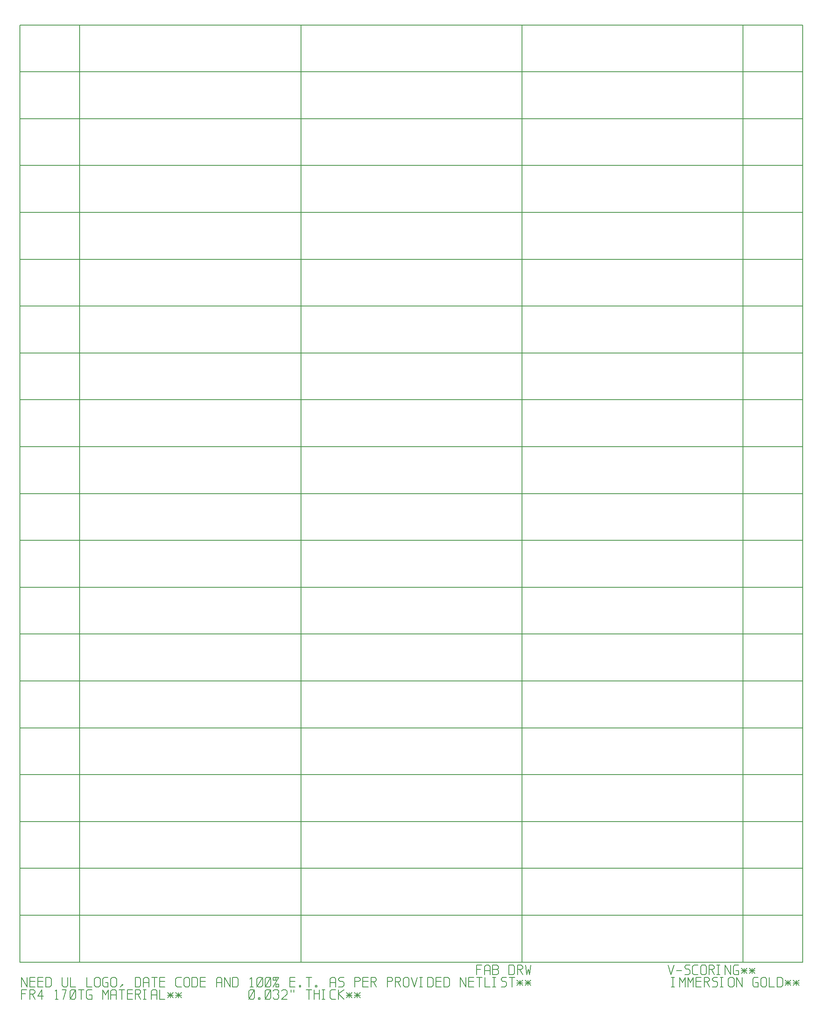
<source format=gbr>
*%FSLAX24Y24*%
%MOIN*%
%IPPOS*%
%ADD10C,0.03*%
%ADD11C,0.024*%
%ADD12R,0.065X0.032*%
%ADD13C,0.0276*%
%ADD14C,0.01*%
%ADD15C,0.015*%
%ADD16C,0.125*%
%ADD17R,0.075X0.075*%
%ADD18R,0.08X0.08*%
%AMD19*
1,1,0.1,0.0,0.0*
1,0,0.0875,0.0,0.0*
1,1,0.05,0.0,0.0*
1,0,0.0375,0.0,0.0*
20,1,0.0062,0.0,-0.0969,0.0,0.0969,0.0*
20,1,0.0062,-0.0969,0.0,0.0969,0.0,0.0*%
%ADD19D19*%
G04:---LTIenv:A019:6,0.2,6 *
%ADD100C,0.03*%
%ADD101C,0.024*%
%ADD102R,0.012X0.024*%
%ADD103R,0.03X0.02*%
%ADD104C,0.007*%
%ADD105R,0.062X0.028*%
%ADD106R,0.0085X0.02*%
%ADD107R,0.026X0.018*%
%ADD108C,0.035*%
%ADD109R,0.07X0.037*%
%ADD110C,0.035*%
%ADD111R,0.017X0.029*%
%ADD112R,0.035X0.025*%
%ADD113C,0.005*%
%AMD117*
1,1,0.001,0.01,0.0*
20,1,0.001,0.01,0.0,-0.01,0.0,0.0*
1,1,0.001,-0.01,0.0*
1,1,0.001,0.0,0.01*
20,1,0.001,0.0,0.01,0.0,-0.01,0.0*
1,1,0.001,0.0,-0.01*%
%ADD117D117*%
%AMD118*
1,1,0.001,0.025,0.0*
20,1,0.001,0.025,0.0,0.0246,-0.0043,0.0*
1,1,0.001,0.0246,-0.0043*
20,1,0.001,0.0246,-0.0043,0.0235,-0.0086,0.0*
1,1,0.001,0.0235,-0.0086*
20,1,0.001,0.0235,-0.0086,0.0217,-0.0125,0.0*
1,1,0.001,0.0217,-0.0125*
20,1,0.001,0.0217,-0.0125,0.0192,-0.0161,0.0*
1,1,0.001,0.0192,-0.0161*
20,1,0.001,0.0192,-0.0161,0.0161,-0.0192,0.0*
1,1,0.001,0.0161,-0.0192*
20,1,0.001,0.0161,-0.0192,0.0125,-0.0217,0.0*
1,1,0.001,0.0125,-0.0217*
20,1,0.001,0.0125,-0.0217,0.0086,-0.0235,0.0*
1,1,0.001,0.0086,-0.0235*
20,1,0.001,0.0086,-0.0235,0.0043,-0.0246,0.0*
1,1,0.001,0.0043,-0.0246*
20,1,0.001,0.0043,-0.0246,0.0,-0.025,0.0*
1,1,0.001,0.0,-0.025*
20,1,0.001,0.0,-0.025,-0.0043,-0.0246,0.0*
1,1,0.001,-0.0043,-0.0246*
20,1,0.001,-0.0043,-0.0246,-0.0086,-0.0235,0.0*
1,1,0.001,-0.0086,-0.0235*
20,1,0.001,-0.0086,-0.0235,-0.0125,-0.0217,0.0*
1,1,0.001,-0.0125,-0.0217*
20,1,0.001,-0.0125,-0.0217,-0.0161,-0.0192,0.0*
1,1,0.001,-0.0161,-0.0192*
20,1,0.001,-0.0161,-0.0192,-0.0192,-0.0161,0.0*
1,1,0.001,-0.0192,-0.0161*
20,1,0.001,-0.0192,-0.0161,-0.0217,-0.0125,0.0*
1,1,0.001,-0.0217,-0.0125*
20,1,0.001,-0.0217,-0.0125,-0.0235,-0.0086,0.0*
1,1,0.001,-0.0235,-0.0086*
20,1,0.001,-0.0235,-0.0086,-0.0246,-0.0043,0.0*
1,1,0.001,-0.0246,-0.0043*
20,1,0.001,-0.0246,-0.0043,-0.025,0.0,0.0*
1,1,0.001,-0.025,0.0*
20,1,0.001,-0.025,0.0,-0.0246,0.0043,0.0*
1,1,0.001,-0.0246,0.0043*
20,1,0.001,-0.0246,0.0043,-0.0235,0.0086,0.0*
1,1,0.001,-0.0235,0.0086*
20,1,0.001,-0.0235,0.0086,-0.0217,0.0125,0.0*
1,1,0.001,-0.0217,0.0125*
20,1,0.001,-0.0217,0.0125,-0.0192,0.0161,0.0*
1,1,0.001,-0.0192,0.0161*
20,1,0.001,-0.0192,0.0161,-0.0161,0.0192,0.0*
1,1,0.001,-0.0161,0.0192*
20,1,0.001,-0.0161,0.0192,-0.0125,0.0217,0.0*
1,1,0.001,-0.0125,0.0217*
20,1,0.001,-0.0125,0.0217,-0.0086,0.0235,0.0*
1,1,0.001,-0.0086,0.0235*
20,1,0.001,-0.0086,0.0235,-0.0043,0.0246,0.0*
1,1,0.001,-0.0043,0.0246*
20,1,0.001,-0.0043,0.0246,0.0,0.025,0.0*
1,1,0.001,0.0,0.025*
20,1,0.001,0.0,0.025,0.0043,0.0246,0.0*
1,1,0.001,0.0043,0.0246*
20,1,0.001,0.0043,0.0246,0.0086,0.0235,0.0*
1,1,0.001,0.0086,0.0235*
20,1,0.001,0.0086,0.0235,0.0125,0.0217,0.0*
1,1,0.001,0.0125,0.0217*
20,1,0.001,0.0125,0.0217,0.0161,0.0192,0.0*
1,1,0.001,0.0161,0.0192*
20,1,0.001,0.0161,0.0192,0.0192,0.0161,0.0*
1,1,0.001,0.0192,0.0161*
20,1,0.001,0.0192,0.0161,0.0217,0.0125,0.0*
1,1,0.001,0.0217,0.0125*
20,1,0.001,0.0217,0.0125,0.0235,0.0086,0.0*
1,1,0.001,0.0235,0.0086*
20,1,0.001,0.0235,0.0086,0.0246,0.0043,0.0*
1,1,0.001,0.0246,0.0043*
20,1,0.001,0.0246,0.0043,0.025,0.0,0.0*
1,1,0.001,0.025,0.0*
1,1,0.001,0.0125,0.0*
20,1,0.001,0.0125,0.0,-0.0125,0.0,0.0*
1,1,0.001,-0.0125,0.0*
1,1,0.001,0.0,0.0125*
20,1,0.001,0.0,0.0125,0.0,-0.0125,0.0*
1,1,0.001,0.0,-0.0125*%
%ADD118D118*%
%ADD119C,0.08*%
%ADD120C,0.008*%
%ADD200C,0.002*%
%ADD901C,0.0118*%
G04:---LTIenv:A901:15,0.0118,1 *
%ADD902C,0.02*%
G04:---LTIenv:A902:15,0.02,2 *

%LPD*%
D120*X580Y-1282D2*Y-2082D1*X120Y-1282*Y-2082*X806Y-1622D2*X1247D1*Y-1282D2*X806D1*Y-2082*X1247*X1487Y-1622D2*X1928D1*Y-1282D2*X1487D1*Y-2082*X1928*X2494D2*X2614Y-1962D1*Y-1408*X2494Y-1282*X2154*Y-2082*X2494*X4000Y-1282D2*Y-1962D1*X3880Y-2082*X3641*X3521Y-1962*Y-1282*X4649Y-2082D2*X4214D1*Y-1282*X6009Y-2082D2*X5575D1*Y-1282*X6236Y-1408D2*Y-1962D1*X6356Y-2082*X6595*X6715Y-1962*Y-1408*X6595Y-1282*X6356*X6236Y-1408*X7143Y-1723D2*X7364D1*Y-2082*X7043*X6923Y-1962*Y-1408*X7043Y-1282*X7364*X7597Y-1408D2*Y-1962D1*X7717Y-2082*X7956*X8076Y-1962*Y-1408*X7956Y-1282*X7717*X7597Y-1408*X8517Y-1975D2*Y-1887D1*X8611*X8391Y-2082*X9978D2*X10098Y-1962D1*Y-1408*X9978Y-1282*X9638*Y-2082*X9978*X10318Y-1723D2*X10778D1*Y-2082D2*Y-1408D1*X10658Y-1282*X10438*X10318Y-1408*Y-2082*X11250D2*Y-1282D1*X11011D2*X11490D1*X11691Y-1622D2*X12132D1*Y-1282D2*X11691D1*Y-2082*X12132*X13506D2*X13146D1*X13027Y-1962*Y-1408*X13146Y-1282*X13506*X13720Y-1408D2*Y-1962D1*X13839Y-2082*X14079*X14198Y-1962*Y-1408*X14079Y-1282*X13839*X13720Y-1408*X14740Y-2082D2*X14860Y-1962D1*Y-1408*X14740Y-1282*X14400*Y-2082*X14740*X15093Y-1622D2*X15534D1*Y-1282D2*X15093D1*Y-2082*X15534*X16441Y-1723D2*X16901D1*Y-2082D2*Y-1408D1*X16781Y-1282*X16561*X16441Y-1408*Y-2082*X17587Y-1282D2*Y-2082D1*X17128Y-1282*Y-2082*X18142D2*X18261Y-1962D1*Y-1408*X18142Y-1282*X17802*Y-2082*X18142*X19509D2*X19269D1*X19389D2*Y-1282D1*X19269Y-1408*X19836Y-2082D2*X20315Y-1282D1*X19956D2*X19836Y-1408D1*Y-1962*X19956Y-2082*X20195*X20315Y-1962*Y-1408*X20195Y-1282*X19956*X20517Y-2082D2*X20995Y-1282D1*X20636D2*X20517Y-1408D1*Y-1962*X20636Y-2082*X20876*X20995Y-1962*Y-1408*X20876Y-1282*X20636*X21417Y-2082D2*X21657D1*Y-1843*X21417*Y-2082*X21178D2*X21657Y-1282D1*X21417*Y-1528*X21178*Y-1282*X21417*X22576Y-1622D2*X23017D1*Y-1282D2*X22576D1*Y-2082*X23017*X23370D2*X23490D1*Y-1962*X23370*Y-2082*X24176D2*Y-1282D1*X23937D2*X24416D1*X24731Y-2082D2*X24850D1*Y-1962*X24731*Y-2082*X25965Y-1723D2*X26425D1*Y-2082D2*Y-1408D1*X26306Y-1282*X26085*X25965Y-1408*Y-2082*X26665D2*X26986D1*X27106Y-1962*Y-1723*X26986Y-1603*X26784*X26665Y-1484*Y-1408*X26784Y-1282*X27106*X28019Y-1622D2*X28359D1*X28479Y-1502*Y-1408*X28359Y-1282*X28019*Y-2082*X28699Y-1622D2*X29140D1*Y-1282D2*X28699D1*Y-2082*X29140*X29827D2*X29587Y-1647D1*X29392D2*X29707D1*X29827Y-1528*Y-1408*X29707Y-1282*X29392*Y-2082*X30740Y-1622D2*X31080D1*X31200Y-1502*Y-1408*X31080Y-1282*X30740*Y-2082*X31868D2*X31628Y-1647D1*X31433D2*X31748D1*X31868Y-1528*Y-1408*X31748Y-1282*X31433*Y-2082*X32088Y-1408D2*Y-1962D1*X32208Y-2082*X32447*X32567Y-1962*Y-1408*X32447Y-1282*X32208*X32088Y-1408*X33247Y-1282D2*X33008Y-2082D1*X32769Y-1282*X33682Y-2082D2*X33443D1*X33562D2*Y-1282D1*X33682D2*X33443D1*X34469Y-2082D2*X34589Y-1962D1*Y-1408*X34469Y-1282*X34129*Y-2082*X34469*X34822Y-1622D2*X35263D1*Y-1282D2*X34822D1*Y-2082*X35263*X35830D2*X35950Y-1962D1*Y-1408*X35830Y-1282*X35490*Y-2082*X35830*X37317Y-1282D2*Y-2082D1*X36857Y-1282*Y-2082*X37543Y-1622D2*X37984D1*Y-1282D2*X37543D1*Y-2082*X37984*X38463D2*Y-1282D1*X38224D2*X38702D1*X39345Y-2082D2*X38910D1*Y-1282*X39805Y-2082D2*X39565D1*X39685D2*Y-1282D1*X39805D2*X39565D1*X40271Y-2082D2*X40592D1*X40712Y-1962*Y-1723*X40592Y-1603*X40391*X40271Y-1484*Y-1408*X40391Y-1282*X40712*X41184Y-2082D2*Y-1282D1*X40945D2*X41424D1*X42079Y-1962D2*X41600Y-1528D1*Y-1962D2*X42079Y-1528D1*Y-1748D2*X41600D1*X41839Y-1528D2*Y-1962D1*X42759D2*X42280Y-1528D1*Y-1962D2*X42759Y-1528D1*Y-1748D2*X42280D1*X42520Y-1528D2*Y-1962D1*X54772Y-2082D2*X54532D1*X54652D2*Y-1282D1*X54772D2*X54532D1*X55672Y-2082D2*Y-1282D1*X55452Y-1723*X55231Y-1282*Y-2082*X56353D2*Y-1282D1*X56132Y-1723*X55912Y-1282*Y-2082*X56592Y-1622D2*X57033D1*Y-1282D2*X56592D1*Y-2082*X57033*X57720D2*X57480Y-1647D1*X57285D2*X57600D1*X57720Y-1528*Y-1408*X57600Y-1282*X57285*Y-2082*X57959D2*X58280D1*X58400Y-1962*Y-1723*X58280Y-1603*X58079*X57959Y-1484*Y-1408*X58079Y-1282*X58400*X58854Y-2082D2*X58614D1*X58734D2*Y-1282D1*X58854D2*X58614D1*X59301Y-1408D2*Y-1962D1*X59420Y-2082*X59660*X59780Y-1962*Y-1408*X59660Y-1282*X59420*X59301Y-1408*X60447Y-1282D2*Y-2082D1*X59987Y-1282*Y-2082*X61569Y-1723D2*X61789D1*Y-2082*X61468*X61348Y-1962*Y-1408*X61468Y-1282*X61789*X62022Y-1408D2*Y-1962D1*X62142Y-2082*X62381*X62501Y-1962*Y-1408*X62381Y-1282*X62142*X62022Y-1408*X63156Y-2082D2*X62721D1*Y-1282*X63723Y-2082D2*X63843Y-1962D1*Y-1408*X63723Y-1282*X63383*Y-2082*X63723*X64529Y-1962D2*X64050Y-1528D1*Y-1962D2*X64529Y-1528D1*Y-1748D2*X64050D1*X64290Y-1528D2*Y-1962D1*X65209D2*X64731Y-1528D1*Y-1962D2*X65209Y-1528D1*Y-1748D2*X64731D1*X64970Y-1528D2*Y-1962D1*X441Y-2643D2*X126D1*Y-3102D2*Y-2302D1*X561*X1254Y-3102D2*X1014Y-2668D1*X819D2*X1134D1*X1254Y-2548*Y-2428*X1134Y-2302*X819*Y-3102*X1946Y-2863D2*X1487D1*X1827Y-2302*Y-3102*X3181D2*X2942D1*X3061D2*Y-2302D1*X2942Y-2428*X3628Y-3102D2*X3868Y-2302D1*X3509*X4189Y-3102D2*X4668Y-2302D1*X4309D2*X4189Y-2428D1*Y-2983*X4309Y-3102*X4548*X4668Y-2983*Y-2428*X4548Y-2302*X4309*X5128Y-3102D2*Y-2302D1*X4888D2*X5367D1*X5783Y-2743D2*X6003D1*Y-3102*X5682*X5562Y-2983*Y-2428*X5682Y-2302*X6003*X7370Y-3102D2*Y-2302D1*X7150Y-2743*X6929Y-2302*Y-3102*X7597Y-2743D2*X8057D1*Y-3102D2*Y-2428D1*X7937Y-2302*X7717*X7597Y-2428*Y-3102*X8529D2*Y-2302D1*X8290D2*X8769D1*X8970Y-2643D2*X9411D1*Y-2302D2*X8970D1*Y-3102*X9411*X10098D2*X9858Y-2668D1*X9663D2*X9978D1*X10098Y-2548*Y-2428*X9978Y-2302*X9663*Y-3102*X10551D2*X10312D1*X10431D2*Y-2302D1*X10551D2*X10312D1*X10998Y-2743D2*X11458D1*Y-3102D2*Y-2428D1*X11339Y-2302*X11118*X10998Y-2428*Y-3102*X12132D2*X11698D1*Y-2302*X12825Y-2983D2*X12346Y-2548D1*Y-2983D2*X12825Y-2548D1*Y-2769D2*X12346D1*X12586Y-2548D2*Y-2983D1*X13506D2*X13027Y-2548D1*Y-2983D2*X13506Y-2548D1*Y-2769D2*X13027D1*X13266Y-2548D2*Y-2983D1*X19156Y-3102D2*X19635Y-2302D1*X19276D2*X19156Y-2428D1*Y-2983*X19276Y-3102*X19515*X19635Y-2983*Y-2428*X19515Y-2302*X19276*X19969Y-3102D2*X20088D1*Y-2983*X19969*Y-3102*X20517D2*X20995Y-2302D1*X20636D2*X20517Y-2428D1*Y-2983*X20636Y-3102*X20876*X20995Y-2983*Y-2428*X20876Y-2302*X20636*X21178Y-2983D2*X21298Y-3102D1*X21543*X21663Y-2983*Y-2788*X21543Y-2668*X21663Y-2548*Y-2428*X21543Y-2302*X21298*X21178Y-2428*X22343Y-3102D2*X21883D1*X22343Y-2668*Y-2428*X22224Y-2302*X22003*X21883Y-2428*X22917Y-2504D2*Y-2302D1*X22677Y-2504D2*Y-2302D1*X24176Y-3102D2*Y-2302D1*X23937D2*X24416D1*X24605Y-2643D2*X25065D1*Y-2302D2*Y-3102D1*X24605D2*Y-2302D1*X25518Y-3102D2*X25279D1*X25398D2*Y-2302D1*X25518D2*X25279D1*X26431Y-3102D2*X26072D1*X25953Y-2983*Y-2428*X26072Y-2302*X26431*X26665Y-3102D2*Y-2302D1*X27106Y-3102D2*X26665Y-2643D1*X27106Y-2302*X27792Y-2983D2*X27313Y-2548D1*Y-2983D2*X27792Y-2548D1*Y-2769D2*X27313D1*X27553Y-2548D2*Y-2983D1*X28472D2*X27994Y-2548D1*Y-2983D2*X28472Y-2548D1*Y-2769D2*X27994D1*X28233Y-2548D2*Y-2983D1*X54738Y-262D2*X54499Y-1062D1*X54259Y-262*X55393Y-728D2*X54952D1*X55639Y-1062D2*X55960D1*X56080Y-942*Y-703*X55960Y-583*X55759*X55639Y-464*Y-388*X55759Y-262*X56080*X56766Y-1062D2*X56407D1*X56288Y-942*Y-388*X56407Y-262*X56766*X56981Y-388D2*Y-942D1*X57100Y-1062*X57340*X57459Y-942*Y-388*X57340Y-262*X57100*X56981Y-388*X58121Y-1062D2*X57881Y-627D1*X57686D2*X58001D1*X58121Y-508*Y-388*X58001Y-262*X57686*Y-1062*X58574D2*X58335D1*X58455D2*Y-262D1*X58574D2*X58335D1*X59488D2*Y-1062D1*X59028Y-262*Y-1062*X59929Y-703D2*X60149D1*Y-1062*X59828*X59708Y-942*Y-388*X59828Y-262*X60149*X60848Y-942D2*X60370Y-508D1*Y-942D2*X60848Y-508D1*Y-728D2*X60370D1*X60609Y-508D2*Y-942D1*X61529D2*X61050Y-508D1*Y-942D2*X61529Y-508D1*Y-728D2*X61050D1*X61289Y-508D2*Y-942D1*X38539Y-602D2*X38224D1*Y-1062D2*Y-262D1*X38659*X38892Y-703D2*X39352D1*Y-1062D2*Y-388D1*X39232Y-262*X39011*X38892Y-388*Y-1062*X39566Y-602D2*X39925D1*X39566Y-1062D2*X39925D1*X40044Y-942*Y-703*X39925Y-602*X40044Y-508*Y-388*X39925Y-262*X39566*Y-1062*X41273D2*X41392Y-942D1*Y-388*X41273Y-262*X40933*Y-1062*X41273*X42073D2*X41833Y-627D1*X41638D2*X41953D1*X42073Y-508*Y-388*X41953Y-262*X41638*Y-1062*X42766Y-262D2*X42665Y-1062D1*X42545Y-583*X42426Y-1062*X42306Y-262*X65536Y74480D2*X60536D1*X65536Y70560D2*X60536D1*X65536Y66640D2*X60536D1*X65536Y62720D2*X60536D1*X65536Y58800D2*X60536D1*X65536Y54880D2*X60536D1*X65536Y50960D2*X60536D1*X65536Y47040D2*X60536D1*X65536Y43120D2*X60536D1*X65536Y39200D2*X60536D1*X65536Y35280D2*X60536D1*X65536Y31360D2*X60536D1*X65536Y27440D2*X60536D1*X65536Y23520D2*X60536D1*X65536Y19600D2*X60536D1*X65536Y15680D2*X60536D1*X65536Y11760D2*X60536D1*X65536Y7840D2*X60536D1*X65536Y3920D2*X60536D1*X65536Y78400D2*X60536D1*Y0*X65536*Y78400D2*Y74480D1*Y70560*Y66640*Y62720*Y58800*Y54880*Y50960*Y47040*Y43120*Y39200*Y35280*Y31360*Y27440*Y23520*Y19600*Y15680*Y11760*Y7840*Y3920*Y0*X5000Y74480D2*X0D1*X5000Y70560D2*X0D1*X5000Y66640D2*X0D1*X5000Y62720D2*X0D1*X5000Y58800D2*X0D1*X5000Y54880D2*X0D1*X5000Y50960D2*X0D1*X5000Y47040D2*X0D1*X5000Y43120D2*X0D1*X5000Y39200D2*X0D1*X5000Y35280D2*X0D1*X5000Y31360D2*X0D1*X5000Y27440D2*X0D1*X5000Y23520D2*X0D1*X5000Y19600D2*X0D1*X5000Y15680D2*X0D1*X5000Y11760D2*X0D1*X5000Y7840D2*X0D1*X5000Y3920D2*X0D1*X5000Y78400D2*X0D1*Y0*X5000*Y74480D2*Y78400D1*X23512*Y74480*X5000*X23512D2*Y78400D1*X42024*Y74480*X23512*X42024D2*Y78400D1*X60536*Y74480*X42024*Y70560*Y74480D2*X60536D1*Y70560*X42024*X23512D2*Y74480D1*X42024*Y70560*X23512*X5000D2*Y74480D1*X23512*Y70560*X5000*Y66640*Y70560D2*X23512D1*Y66640*X5000*X23512D2*Y70560D1*X42024*Y66640*X23512*X42024D2*Y70560D1*X60536*Y66640*X42024*Y62720*Y66640D2*X60536D1*Y62720*X42024*X23512D2*Y66640D1*X42024*Y62720*X23512*X5000D2*Y66640D1*X23512*Y62720*X5000*Y58800*Y62720D2*X23512D1*Y58800*X5000*X23512D2*Y62720D1*X42024*Y58800*X23512*X42024D2*Y62720D1*X60536*Y58800*X42024*Y54880*Y58800D2*X60536D1*Y54880*X42024*X23512D2*Y58800D1*X42024*Y54880*X23512*X5000D2*Y58800D1*X23512*Y54880*X5000*Y50960*Y54880D2*X23512D1*Y50960*X5000*X23512D2*Y54880D1*X42024*Y50960*X23512*X42024D2*Y54880D1*X60536*Y50960*X42024*Y47040*Y50960D2*X60536D1*Y47040*X42024*X23512D2*Y50960D1*X42024*Y47040*X23512*X5000D2*Y50960D1*X23512*Y47040*X5000*Y43120*Y47040D2*X23512D1*Y43120*X5000*X23512D2*Y47040D1*X42024*Y43120*X23512*X42024D2*Y47040D1*X60536*Y43120*X42024*Y39200*Y43120D2*X60536D1*Y39200*X42024*X23512D2*Y43120D1*X42024*Y39200*X23512*X5000D2*Y43120D1*X23512*Y39200*X5000*Y35280*Y39200D2*X23512D1*Y35280*X5000*X23512D2*Y39200D1*X42024*Y35280*X23512*X42024D2*Y39200D1*X60536*Y35280*X42024*Y31360*Y35280D2*X60536D1*Y31360*X42024*X23512D2*Y35280D1*X42024*Y31360*X23512*X5000D2*Y35280D1*X23512*Y31360*X5000*Y27440*Y31360D2*X23512D1*Y27440*X5000*X23512D2*Y31360D1*X42024*Y27440*X23512*X42024D2*Y31360D1*X60536*Y27440*X42024*Y23520*Y27440D2*X60536D1*Y23520*X42024*X23512D2*Y27440D1*X42024*Y23520*X23512*X5000D2*Y27440D1*X23512*Y23520*X5000*Y19600*Y23520D2*X23512D1*Y19600*X5000*X23512D2*Y23520D1*X42024*Y19600*X23512*X42024D2*Y23520D1*X60536*Y19600*X42024*Y15680*Y19600D2*X60536D1*Y15680*X42024*X23512D2*Y19600D1*X42024*Y15680*X23512*X5000D2*Y19600D1*X23512*Y15680*X5000*Y11760*Y15680D2*X23512D1*Y11760*X5000*X23512D2*Y15680D1*X42024*Y11760*X23512*X42024D2*Y15680D1*X60536*Y11760*X42024*Y7840*Y11760D2*X60536D1*Y7840*X42024*X23512D2*Y11760D1*X42024*Y7840*X23512*X5000D2*Y11760D1*X23512*Y7840*X5000*Y3920*Y7840D2*X23512D1*Y3920*X5000*X23512D2*Y7840D1*X42024*Y3920*X23512*X42024D2*Y7840D1*X60536*Y3920*X42024*Y0*Y3920D2*X60536D1*Y0*X42024*X23512D2*Y3920D1*X42024*Y0*X23512*X5000D2*Y3920D1*X23512*Y0*X5000*X0Y0D2*M02*
</source>
